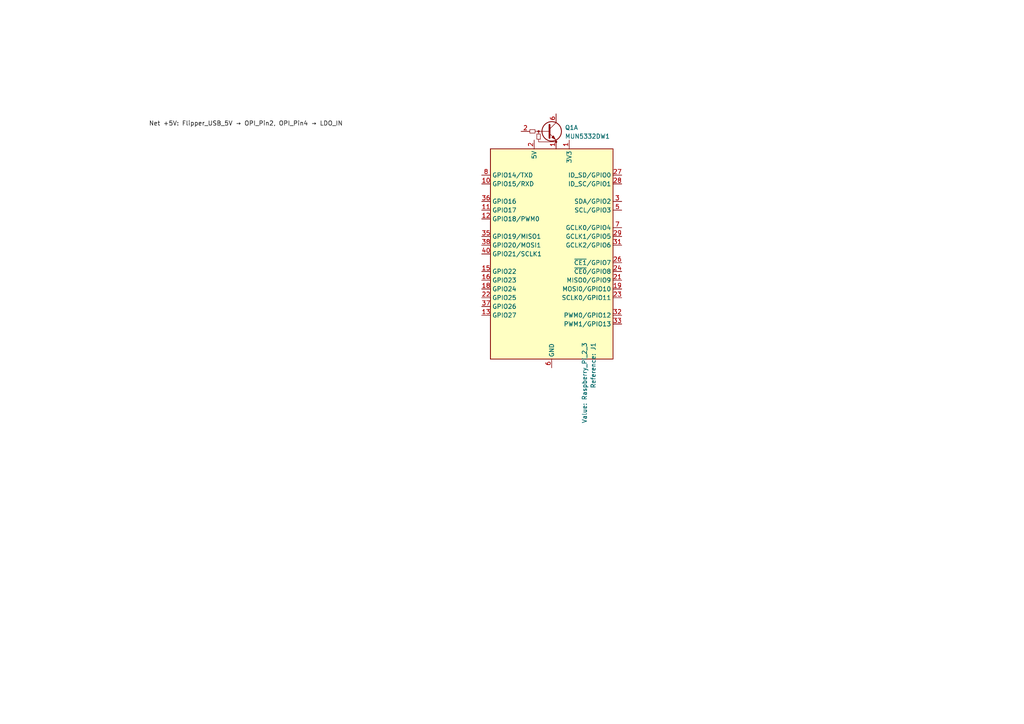
<source format=kicad_sch>
(kicad_sch
	(version 20250114)
	(generator "eeschema")
	(generator_version "9.0")
	(uuid "6979d1b6-f2c2-4281-9e6e-7d9565ceaa57")
	(paper "A4")
	(lib_symbols
		(symbol "Connector:Raspberry_Pi_2_3"
			(exclude_from_sim no)
			(in_bom yes)
			(on_board yes)
			(property "Reference" "J"
				(at -17.78 31.75 0)
				(effects
					(font
						(size 1.27 1.27)
					)
					(justify left bottom)
				)
			)
			(property "Value" "Raspberry_Pi_2_3"
				(at 10.16 -31.75 0)
				(effects
					(font
						(size 1.27 1.27)
					)
					(justify left top)
				)
			)
			(property "Footprint" ""
				(at 0 0 0)
				(effects
					(font
						(size 1.27 1.27)
					)
					(hide yes)
				)
			)
			(property "Datasheet" "https://www.raspberrypi.org/documentation/hardware/raspberrypi/schematics/rpi_SCH_3bplus_1p0_reduced.pdf"
				(at 60.96 -44.45 0)
				(effects
					(font
						(size 1.27 1.27)
					)
					(hide yes)
				)
			)
			(property "Description" "expansion header for Raspberry Pi 2 & 3"
				(at 0 0 0)
				(effects
					(font
						(size 1.27 1.27)
					)
					(hide yes)
				)
			)
			(property "ki_keywords" "raspberrypi gpio"
				(at 0 0 0)
				(effects
					(font
						(size 1.27 1.27)
					)
					(hide yes)
				)
			)
			(property "ki_fp_filters" "PinHeader*2x20*P2.54mm*Vertical* PinSocket*2x20*P2.54mm*Vertical*"
				(at 0 0 0)
				(effects
					(font
						(size 1.27 1.27)
					)
					(hide yes)
				)
			)
			(symbol "Raspberry_Pi_2_3_0_1"
				(rectangle
					(start -17.78 30.48)
					(end 17.78 -30.48)
					(stroke
						(width 0.254)
						(type default)
					)
					(fill
						(type background)
					)
				)
			)
			(symbol "Raspberry_Pi_2_3_1_1"
				(pin bidirectional line
					(at -20.32 22.86 0)
					(length 2.54)
					(name "GPIO14/TXD"
						(effects
							(font
								(size 1.27 1.27)
							)
						)
					)
					(number "8"
						(effects
							(font
								(size 1.27 1.27)
							)
						)
					)
				)
				(pin bidirectional line
					(at -20.32 20.32 0)
					(length 2.54)
					(name "GPIO15/RXD"
						(effects
							(font
								(size 1.27 1.27)
							)
						)
					)
					(number "10"
						(effects
							(font
								(size 1.27 1.27)
							)
						)
					)
				)
				(pin bidirectional line
					(at -20.32 15.24 0)
					(length 2.54)
					(name "GPIO16"
						(effects
							(font
								(size 1.27 1.27)
							)
						)
					)
					(number "36"
						(effects
							(font
								(size 1.27 1.27)
							)
						)
					)
				)
				(pin bidirectional line
					(at -20.32 12.7 0)
					(length 2.54)
					(name "GPIO17"
						(effects
							(font
								(size 1.27 1.27)
							)
						)
					)
					(number "11"
						(effects
							(font
								(size 1.27 1.27)
							)
						)
					)
				)
				(pin bidirectional line
					(at -20.32 10.16 0)
					(length 2.54)
					(name "GPIO18/PWM0"
						(effects
							(font
								(size 1.27 1.27)
							)
						)
					)
					(number "12"
						(effects
							(font
								(size 1.27 1.27)
							)
						)
					)
				)
				(pin bidirectional line
					(at -20.32 5.08 0)
					(length 2.54)
					(name "GPIO19/MISO1"
						(effects
							(font
								(size 1.27 1.27)
							)
						)
					)
					(number "35"
						(effects
							(font
								(size 1.27 1.27)
							)
						)
					)
				)
				(pin bidirectional line
					(at -20.32 2.54 0)
					(length 2.54)
					(name "GPIO20/MOSI1"
						(effects
							(font
								(size 1.27 1.27)
							)
						)
					)
					(number "38"
						(effects
							(font
								(size 1.27 1.27)
							)
						)
					)
				)
				(pin bidirectional line
					(at -20.32 0 0)
					(length 2.54)
					(name "GPIO21/SCLK1"
						(effects
							(font
								(size 1.27 1.27)
							)
						)
					)
					(number "40"
						(effects
							(font
								(size 1.27 1.27)
							)
						)
					)
				)
				(pin bidirectional line
					(at -20.32 -5.08 0)
					(length 2.54)
					(name "GPIO22"
						(effects
							(font
								(size 1.27 1.27)
							)
						)
					)
					(number "15"
						(effects
							(font
								(size 1.27 1.27)
							)
						)
					)
				)
				(pin bidirectional line
					(at -20.32 -7.62 0)
					(length 2.54)
					(name "GPIO23"
						(effects
							(font
								(size 1.27 1.27)
							)
						)
					)
					(number "16"
						(effects
							(font
								(size 1.27 1.27)
							)
						)
					)
				)
				(pin bidirectional line
					(at -20.32 -10.16 0)
					(length 2.54)
					(name "GPIO24"
						(effects
							(font
								(size 1.27 1.27)
							)
						)
					)
					(number "18"
						(effects
							(font
								(size 1.27 1.27)
							)
						)
					)
				)
				(pin bidirectional line
					(at -20.32 -12.7 0)
					(length 2.54)
					(name "GPIO25"
						(effects
							(font
								(size 1.27 1.27)
							)
						)
					)
					(number "22"
						(effects
							(font
								(size 1.27 1.27)
							)
						)
					)
				)
				(pin bidirectional line
					(at -20.32 -15.24 0)
					(length 2.54)
					(name "GPIO26"
						(effects
							(font
								(size 1.27 1.27)
							)
						)
					)
					(number "37"
						(effects
							(font
								(size 1.27 1.27)
							)
						)
					)
				)
				(pin bidirectional line
					(at -20.32 -17.78 0)
					(length 2.54)
					(name "GPIO27"
						(effects
							(font
								(size 1.27 1.27)
							)
						)
					)
					(number "13"
						(effects
							(font
								(size 1.27 1.27)
							)
						)
					)
				)
				(pin power_in line
					(at -5.08 33.02 270)
					(length 2.54)
					(name "5V"
						(effects
							(font
								(size 1.27 1.27)
							)
						)
					)
					(number "2"
						(effects
							(font
								(size 1.27 1.27)
							)
						)
					)
				)
				(pin passive line
					(at -5.08 33.02 270)
					(length 2.54)
					(hide yes)
					(name "5V"
						(effects
							(font
								(size 1.27 1.27)
							)
						)
					)
					(number "4"
						(effects
							(font
								(size 1.27 1.27)
							)
						)
					)
				)
				(pin passive line
					(at 0 -33.02 90)
					(length 2.54)
					(hide yes)
					(name "GND"
						(effects
							(font
								(size 1.27 1.27)
							)
						)
					)
					(number "14"
						(effects
							(font
								(size 1.27 1.27)
							)
						)
					)
				)
				(pin passive line
					(at 0 -33.02 90)
					(length 2.54)
					(hide yes)
					(name "GND"
						(effects
							(font
								(size 1.27 1.27)
							)
						)
					)
					(number "20"
						(effects
							(font
								(size 1.27 1.27)
							)
						)
					)
				)
				(pin passive line
					(at 0 -33.02 90)
					(length 2.54)
					(hide yes)
					(name "GND"
						(effects
							(font
								(size 1.27 1.27)
							)
						)
					)
					(number "25"
						(effects
							(font
								(size 1.27 1.27)
							)
						)
					)
				)
				(pin passive line
					(at 0 -33.02 90)
					(length 2.54)
					(hide yes)
					(name "GND"
						(effects
							(font
								(size 1.27 1.27)
							)
						)
					)
					(number "30"
						(effects
							(font
								(size 1.27 1.27)
							)
						)
					)
				)
				(pin passive line
					(at 0 -33.02 90)
					(length 2.54)
					(hide yes)
					(name "GND"
						(effects
							(font
								(size 1.27 1.27)
							)
						)
					)
					(number "34"
						(effects
							(font
								(size 1.27 1.27)
							)
						)
					)
				)
				(pin passive line
					(at 0 -33.02 90)
					(length 2.54)
					(hide yes)
					(name "GND"
						(effects
							(font
								(size 1.27 1.27)
							)
						)
					)
					(number "39"
						(effects
							(font
								(size 1.27 1.27)
							)
						)
					)
				)
				(pin power_in line
					(at 0 -33.02 90)
					(length 2.54)
					(name "GND"
						(effects
							(font
								(size 1.27 1.27)
							)
						)
					)
					(number "6"
						(effects
							(font
								(size 1.27 1.27)
							)
						)
					)
				)
				(pin passive line
					(at 0 -33.02 90)
					(length 2.54)
					(hide yes)
					(name "GND"
						(effects
							(font
								(size 1.27 1.27)
							)
						)
					)
					(number "9"
						(effects
							(font
								(size 1.27 1.27)
							)
						)
					)
				)
				(pin power_in line
					(at 5.08 33.02 270)
					(length 2.54)
					(name "3V3"
						(effects
							(font
								(size 1.27 1.27)
							)
						)
					)
					(number "1"
						(effects
							(font
								(size 1.27 1.27)
							)
						)
					)
				)
				(pin passive line
					(at 5.08 33.02 270)
					(length 2.54)
					(hide yes)
					(name "3V3"
						(effects
							(font
								(size 1.27 1.27)
							)
						)
					)
					(number "17"
						(effects
							(font
								(size 1.27 1.27)
							)
						)
					)
				)
				(pin bidirectional line
					(at 20.32 22.86 180)
					(length 2.54)
					(name "ID_SD/GPIO0"
						(effects
							(font
								(size 1.27 1.27)
							)
						)
					)
					(number "27"
						(effects
							(font
								(size 1.27 1.27)
							)
						)
					)
				)
				(pin bidirectional line
					(at 20.32 20.32 180)
					(length 2.54)
					(name "ID_SC/GPIO1"
						(effects
							(font
								(size 1.27 1.27)
							)
						)
					)
					(number "28"
						(effects
							(font
								(size 1.27 1.27)
							)
						)
					)
				)
				(pin bidirectional line
					(at 20.32 15.24 180)
					(length 2.54)
					(name "SDA/GPIO2"
						(effects
							(font
								(size 1.27 1.27)
							)
						)
					)
					(number "3"
						(effects
							(font
								(size 1.27 1.27)
							)
						)
					)
				)
				(pin bidirectional line
					(at 20.32 12.7 180)
					(length 2.54)
					(name "SCL/GPIO3"
						(effects
							(font
								(size 1.27 1.27)
							)
						)
					)
					(number "5"
						(effects
							(font
								(size 1.27 1.27)
							)
						)
					)
				)
				(pin bidirectional line
					(at 20.32 7.62 180)
					(length 2.54)
					(name "GCLK0/GPIO4"
						(effects
							(font
								(size 1.27 1.27)
							)
						)
					)
					(number "7"
						(effects
							(font
								(size 1.27 1.27)
							)
						)
					)
				)
				(pin bidirectional line
					(at 20.32 5.08 180)
					(length 2.54)
					(name "GCLK1/GPIO5"
						(effects
							(font
								(size 1.27 1.27)
							)
						)
					)
					(number "29"
						(effects
							(font
								(size 1.27 1.27)
							)
						)
					)
				)
				(pin bidirectional line
					(at 20.32 2.54 180)
					(length 2.54)
					(name "GCLK2/GPIO6"
						(effects
							(font
								(size 1.27 1.27)
							)
						)
					)
					(number "31"
						(effects
							(font
								(size 1.27 1.27)
							)
						)
					)
				)
				(pin bidirectional line
					(at 20.32 -2.54 180)
					(length 2.54)
					(name "~{CE1}/GPIO7"
						(effects
							(font
								(size 1.27 1.27)
							)
						)
					)
					(number "26"
						(effects
							(font
								(size 1.27 1.27)
							)
						)
					)
				)
				(pin bidirectional line
					(at 20.32 -5.08 180)
					(length 2.54)
					(name "~{CE0}/GPIO8"
						(effects
							(font
								(size 1.27 1.27)
							)
						)
					)
					(number "24"
						(effects
							(font
								(size 1.27 1.27)
							)
						)
					)
				)
				(pin bidirectional line
					(at 20.32 -7.62 180)
					(length 2.54)
					(name "MISO0/GPIO9"
						(effects
							(font
								(size 1.27 1.27)
							)
						)
					)
					(number "21"
						(effects
							(font
								(size 1.27 1.27)
							)
						)
					)
				)
				(pin bidirectional line
					(at 20.32 -10.16 180)
					(length 2.54)
					(name "MOSI0/GPIO10"
						(effects
							(font
								(size 1.27 1.27)
							)
						)
					)
					(number "19"
						(effects
							(font
								(size 1.27 1.27)
							)
						)
					)
				)
				(pin bidirectional line
					(at 20.32 -12.7 180)
					(length 2.54)
					(name "SCLK0/GPIO11"
						(effects
							(font
								(size 1.27 1.27)
							)
						)
					)
					(number "23"
						(effects
							(font
								(size 1.27 1.27)
							)
						)
					)
				)
				(pin bidirectional line
					(at 20.32 -17.78 180)
					(length 2.54)
					(name "PWM0/GPIO12"
						(effects
							(font
								(size 1.27 1.27)
							)
						)
					)
					(number "32"
						(effects
							(font
								(size 1.27 1.27)
							)
						)
					)
				)
				(pin bidirectional line
					(at 20.32 -20.32 180)
					(length 2.54)
					(name "PWM1/GPIO13"
						(effects
							(font
								(size 1.27 1.27)
							)
						)
					)
					(number "33"
						(effects
							(font
								(size 1.27 1.27)
							)
						)
					)
				)
			)
			(embedded_fonts no)
		)
		(symbol "Transistor_BJT:MUN5332DW1"
			(pin_names
				(hide yes)
			)
			(exclude_from_sim no)
			(in_bom yes)
			(on_board yes)
			(property "Reference" "Q"
				(at 5.08 1.27 0)
				(effects
					(font
						(size 1.27 1.27)
					)
					(justify left)
				)
			)
			(property "Value" "MUN5332DW1"
				(at 5.08 -1.27 0)
				(effects
					(font
						(size 1.27 1.27)
					)
					(justify left)
				)
			)
			(property "Footprint" "Package_TO_SOT_SMD:SOT-363_SC-70-6"
				(at 0 0 0)
				(effects
					(font
						(size 1.27 1.27)
					)
					(hide yes)
				)
			)
			(property "Datasheet" "https://www.onsemi.com/download/data-sheet/pdf/dtc143ep-d.pdf"
				(at 0 0 0)
				(effects
					(font
						(size 1.27 1.27)
					)
					(hide yes)
				)
			)
			(property "Description" "Complementary Bias Resistor Transistors, Ic 100mA, Vce 50V, Vin(fwd) 30V, R1 = 4.7kohms, R2 = 4.7kohms, SOT-363"
				(at 0 0 0)
				(effects
					(font
						(size 1.27 1.27)
					)
					(hide yes)
				)
			)
			(property "ki_keywords" "BRT Digital Transistor NPN PNP"
				(at 0 0 0)
				(effects
					(font
						(size 1.27 1.27)
					)
					(hide yes)
				)
			)
			(property "ki_fp_filters" "SOT*363*"
				(at 0 0 0)
				(effects
					(font
						(size 1.27 1.27)
					)
					(hide yes)
				)
			)
			(symbol "MUN5332DW1_0_1"
				(rectangle
					(start -6.35 0.508)
					(end -4.826 -0.508)
					(stroke
						(width 0)
						(type default)
					)
					(fill
						(type none)
					)
				)
				(rectangle
					(start -4.318 -2.286)
					(end -3.302 -0.762)
					(stroke
						(width 0)
						(type default)
					)
					(fill
						(type none)
					)
				)
				(circle
					(center -3.81 0)
					(radius 0.254)
					(stroke
						(width 0)
						(type default)
					)
					(fill
						(type outline)
					)
				)
				(polyline
					(pts
						(xy -3.81 -0.762) (xy -3.81 0)
					)
					(stroke
						(width 0)
						(type default)
					)
					(fill
						(type none)
					)
				)
				(polyline
					(pts
						(xy -3.81 -2.286) (xy -3.81 -3.048) (xy 1.27 -3.048)
					)
					(stroke
						(width 0)
						(type default)
					)
					(fill
						(type none)
					)
				)
				(polyline
					(pts
						(xy -0.762 0) (xy -4.826 0)
					)
					(stroke
						(width 0)
						(type default)
					)
					(fill
						(type none)
					)
				)
				(polyline
					(pts
						(xy -0.635 1.905) (xy -0.635 -1.905)
					)
					(stroke
						(width 0.508)
						(type default)
					)
					(fill
						(type none)
					)
				)
				(polyline
					(pts
						(xy -0.635 0.635) (xy 1.27 2.54)
					)
					(stroke
						(width 0)
						(type default)
					)
					(fill
						(type none)
					)
				)
				(polyline
					(pts
						(xy -0.635 -0.635) (xy 1.27 -2.54)
					)
					(stroke
						(width 0)
						(type default)
					)
					(fill
						(type none)
					)
				)
				(circle
					(center 1.27 -3.048)
					(radius 0.254)
					(stroke
						(width 0)
						(type default)
					)
					(fill
						(type outline)
					)
				)
			)
			(symbol "MUN5332DW1_1_1"
				(circle
					(center 0 0)
					(radius 2.8194)
					(stroke
						(width 0.254)
						(type default)
					)
					(fill
						(type none)
					)
				)
				(polyline
					(pts
						(xy 0 -1.778) (xy 0.508 -1.27) (xy 1.016 -2.286) (xy 0 -1.778)
					)
					(stroke
						(width 0)
						(type default)
					)
					(fill
						(type outline)
					)
				)
				(pin input line
					(at -8.89 0 0)
					(length 2.54)
					(name "B1"
						(effects
							(font
								(size 1.27 1.27)
							)
						)
					)
					(number "2"
						(effects
							(font
								(size 1.27 1.27)
							)
						)
					)
				)
				(pin passive line
					(at 1.27 5.08 270)
					(length 2.54)
					(name "C1"
						(effects
							(font
								(size 1.27 1.27)
							)
						)
					)
					(number "6"
						(effects
							(font
								(size 1.27 1.27)
							)
						)
					)
				)
				(pin passive line
					(at 1.27 -5.08 90)
					(length 2.54)
					(name "E1"
						(effects
							(font
								(size 1.27 1.27)
							)
						)
					)
					(number "1"
						(effects
							(font
								(size 1.27 1.27)
							)
						)
					)
				)
			)
			(symbol "MUN5332DW1_2_1"
				(circle
					(center 0 0)
					(radius 2.8194)
					(stroke
						(width 0.254)
						(type default)
					)
					(fill
						(type none)
					)
				)
				(polyline
					(pts
						(xy 1.016 -1.778) (xy 0.508 -2.286) (xy 0 -1.27) (xy 1.016 -1.778)
					)
					(stroke
						(width 0)
						(type default)
					)
					(fill
						(type outline)
					)
				)
				(pin input line
					(at -8.89 0 0)
					(length 2.54)
					(name "B2"
						(effects
							(font
								(size 1.27 1.27)
							)
						)
					)
					(number "5"
						(effects
							(font
								(size 1.27 1.27)
							)
						)
					)
				)
				(pin passive line
					(at 1.27 5.08 270)
					(length 2.54)
					(name "C2"
						(effects
							(font
								(size 1.27 1.27)
							)
						)
					)
					(number "3"
						(effects
							(font
								(size 1.27 1.27)
							)
						)
					)
				)
				(pin passive line
					(at 1.27 -5.08 90)
					(length 2.54)
					(name "E2"
						(effects
							(font
								(size 1.27 1.27)
							)
						)
					)
					(number "4"
						(effects
							(font
								(size 1.27 1.27)
							)
						)
					)
				)
			)
			(embedded_fonts no)
		)
	)
	(label "Net +5V: Flipper_USB_5V → OPI_Pin2, OPI_Pin4 → LDO_IN"
		(at 43.18 36.83 0)
		(effects
			(font
				(size 1.27 1.27)
			)
			(justify left bottom)
		)
		(uuid "59b6c9a3-0be4-40cc-983a-c02b0206afdf")
	)
	(symbol
		(lib_id "Transistor_BJT:MUN5332DW1")
		(at 160.02 38.1 0)
		(unit 1)
		(exclude_from_sim no)
		(in_bom yes)
		(on_board yes)
		(dnp no)
		(fields_autoplaced yes)
		(uuid "7c680c7b-6269-4591-a0c7-3a8a363a4cc8")
		(property "Reference" "Q1"
			(at 163.83 37.0077 0)
			(effects
				(font
					(size 1.27 1.27)
				)
				(justify left)
			)
		)
		(property "Value" "MUN5332DW1"
			(at 163.83 39.5477 0)
			(effects
				(font
					(size 1.27 1.27)
				)
				(justify left)
			)
		)
		(property "Footprint" "Package_TO_SOT_SMD:SOT-363_SC-70-6"
			(at 160.02 38.1 0)
			(effects
				(font
					(size 1.27 1.27)
				)
				(hide yes)
			)
		)
		(property "Datasheet" "https://www.onsemi.com/download/data-sheet/pdf/dtc143ep-d.pdf"
			(at 160.02 38.1 0)
			(effects
				(font
					(size 1.27 1.27)
				)
				(hide yes)
			)
		)
		(property "Description" "Complementary Bias Resistor Transistors, Ic 100mA, Vce 50V, Vin(fwd) 30V, R1 = 4.7kohms, R2 = 4.7kohms, SOT-363"
			(at 160.02 38.1 0)
			(effects
				(font
					(size 1.27 1.27)
				)
				(hide yes)
			)
		)
		(pin "6"
			(uuid "c758d9b5-e90b-4574-ae19-b931108c4a33")
		)
		(pin "2"
			(uuid "ec7730f7-ee2b-48a1-8948-b98e690d8abe")
		)
		(pin "3"
			(uuid "c56b3229-f8b9-40b5-9155-3dd6fb243837")
		)
		(pin "4"
			(uuid "d6695315-cbff-45d2-95e8-95f6f6499cf7")
		)
		(pin "5"
			(uuid "90b7030d-0b8d-4d1e-8742-c80ccf2dbb43")
		)
		(pin "1"
			(uuid "e6457a49-608b-4d49-8dd2-a17b2d78bf33")
		)
		(instances
			(project ""
				(path "/6979d1b6-f2c2-4281-9e6e-7d9565ceaa57"
					(reference "Q1")
					(unit 1)
				)
			)
		)
	)
	(symbol
		(lib_id "Connector:Raspberry_Pi_2_3")
		(at 160.02 73.66 0)
		(unit 1)
		(exclude_from_sim no)
		(in_bom yes)
		(on_board yes)
		(dnp no)
		(uuid "bb5d1ccd-621d-4de1-b1fe-722f03b7ed5a")
		(property "Reference" "J1"
			(at 172.085 99.2983 90)
			(show_name yes)
			(effects
				(font
					(size 1.27 1.27)
				)
				(justify right)
			)
		)
		(property "Value" "Raspberry_Pi_2_3"
			(at 169.545 99.2983 90)
			(show_name yes)
			(effects
				(font
					(size 1.27 1.27)
				)
				(justify right)
			)
		)
		(property "Footprint" ""
			(at 160.02 73.66 0)
			(effects
				(font
					(size 1.27 1.27)
				)
				(hide yes)
			)
		)
		(property "Datasheet" "https://www.raspberrypi.org/documentation/hardware/raspberrypi/schematics/rpi_SCH_3bplus_1p0_reduced.pdf"
			(at 220.98 118.11 0)
			(effects
				(font
					(size 1.27 1.27)
				)
				(hide yes)
			)
		)
		(property "Description" "expansion header for Raspberry Pi 2 & 3"
			(at 160.02 73.66 0)
			(effects
				(font
					(size 1.27 1.27)
				)
				(hide yes)
			)
		)
		(pin "27"
			(uuid "e13edb59-6d5b-47a0-97a8-f07f0b0a36e6")
		)
		(pin "20"
			(uuid "f5ea429b-9b1f-4b63-bbd8-b6941e8bba8c")
		)
		(pin "30"
			(uuid "019ab2c9-7dbf-4dfc-b696-3b8e8714f5e1")
		)
		(pin "28"
			(uuid "56cf8777-72c4-4acd-a819-051a68931ed5")
		)
		(pin "12"
			(uuid "7c964531-a1b2-4005-8702-518842c7a5a1")
		)
		(pin "3"
			(uuid "25fd4479-8eb0-4435-9929-19f4cb3ff625")
		)
		(pin "10"
			(uuid "e645384c-054d-4645-9d71-d8b28c9d2eb5")
		)
		(pin "29"
			(uuid "02f515fa-acfc-441b-bfda-1fe0684b7a0c")
		)
		(pin "26"
			(uuid "53049125-5f7c-4e10-93d4-8e4eba5f6256")
		)
		(pin "38"
			(uuid "612d8250-3b8c-4ee5-ade0-022e14c86d94")
		)
		(pin "39"
			(uuid "d33940d4-8e72-44dc-911d-d1431515a5cc")
		)
		(pin "19"
			(uuid "c58a7c08-f763-4a9d-b214-f3d2c3293ef9")
		)
		(pin "14"
			(uuid "b6b9e6db-a1a7-41a3-895a-d1a209caf776")
		)
		(pin "15"
			(uuid "8f99667f-baf6-43b8-9944-27da334e16cf")
		)
		(pin "22"
			(uuid "02364a52-66b6-46b4-9471-552a99a52299")
		)
		(pin "37"
			(uuid "4f394ed9-b0c8-4780-83c6-5be68dc6a5b2")
		)
		(pin "9"
			(uuid "3533beb4-5dd2-4bd0-8220-fcf4c1e9870e")
		)
		(pin "13"
			(uuid "307d6678-fc98-4b29-afde-d7f72a5dffda")
		)
		(pin "11"
			(uuid "dfd82a71-5aae-49c9-bd4a-114ec163d462")
		)
		(pin "36"
			(uuid "53f20a81-249b-495c-abdc-cbf04e0d70b0")
		)
		(pin "35"
			(uuid "405190e9-8b42-4462-be7c-cb809fb0d31e")
		)
		(pin "40"
			(uuid "f32e7f24-6eeb-4240-998a-a972217c7c43")
		)
		(pin "1"
			(uuid "6b7693ac-0014-42bd-8cc1-964b53da3961")
		)
		(pin "25"
			(uuid "957e4617-c0f1-4d2a-a29f-ed841b140fc6")
		)
		(pin "5"
			(uuid "30d96bc6-f0eb-49ab-a431-098ca191507b")
		)
		(pin "7"
			(uuid "b6a716b8-724e-4dff-ad87-913ecfd13196")
		)
		(pin "18"
			(uuid "3d9797ac-ce44-4507-a6a9-3d8bcb8fb09a")
		)
		(pin "6"
			(uuid "3863eb8d-ef02-46ad-a06f-b4eecf41766b")
		)
		(pin "31"
			(uuid "be7dea19-9bca-40c3-9dc9-00f9c5380ea9")
		)
		(pin "17"
			(uuid "6348aaf2-d8c6-4349-ad40-12c6e2a23424")
		)
		(pin "24"
			(uuid "3f51af37-7cda-4fce-a36c-1e6fe4d67f5d")
		)
		(pin "16"
			(uuid "1737225e-a930-45bb-8113-8d4705dccd22")
		)
		(pin "21"
			(uuid "6da8a19f-3ccd-4768-893e-a21585cf078a")
		)
		(pin "23"
			(uuid "6e28eec5-5260-4a83-bd83-f59013dd1a0a")
		)
		(pin "32"
			(uuid "633e0570-37a0-490c-98b0-cfa7cb7f96e5")
		)
		(pin "2"
			(uuid "b62bc218-cbc1-4e1c-b399-cd8b93227f2b")
		)
		(pin "4"
			(uuid "d4c93e88-740b-4c26-a6c1-b45621f573bd")
		)
		(pin "34"
			(uuid "3b10448c-3472-4dc5-bfdc-00bfd793a7d0")
		)
		(pin "8"
			(uuid "4ada24f0-f72d-406a-9f7f-6dcc7c3ed499")
		)
		(pin "33"
			(uuid "92e39cea-7ffc-4916-b548-89ec15e74779")
		)
		(instances
			(project ""
				(path "/6979d1b6-f2c2-4281-9e6e-7d9565ceaa57"
					(reference "J1")
					(unit 1)
				)
			)
		)
	)
	(sheet_instances
		(path "/"
			(page "1")
		)
	)
	(embedded_fonts no)
)

</source>
